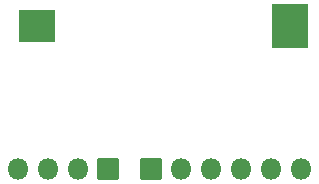
<source format=gbr>
G04 #@! TF.GenerationSoftware,KiCad,Pcbnew,(6.0.11)*
G04 #@! TF.CreationDate,2023-02-28T22:09:58+01:00*
G04 #@! TF.ProjectId,atmega328p-au--e01c-ml01s--bme280--cr2032,61746d65-6761-4333-9238-702d61752d2d,rev?*
G04 #@! TF.SameCoordinates,Original*
G04 #@! TF.FileFunction,Soldermask,Bot*
G04 #@! TF.FilePolarity,Negative*
%FSLAX46Y46*%
G04 Gerber Fmt 4.6, Leading zero omitted, Abs format (unit mm)*
G04 Created by KiCad (PCBNEW (6.0.11)) date 2023-02-28 22:09:58*
%MOMM*%
%LPD*%
G01*
G04 APERTURE LIST*
G04 Aperture macros list*
%AMRoundRect*
0 Rectangle with rounded corners*
0 $1 Rounding radius*
0 $2 $3 $4 $5 $6 $7 $8 $9 X,Y pos of 4 corners*
0 Add a 4 corners polygon primitive as box body*
4,1,4,$2,$3,$4,$5,$6,$7,$8,$9,$2,$3,0*
0 Add four circle primitives for the rounded corners*
1,1,$1+$1,$2,$3*
1,1,$1+$1,$4,$5*
1,1,$1+$1,$6,$7*
1,1,$1+$1,$8,$9*
0 Add four rect primitives between the rounded corners*
20,1,$1+$1,$2,$3,$4,$5,0*
20,1,$1+$1,$4,$5,$6,$7,0*
20,1,$1+$1,$6,$7,$8,$9,0*
20,1,$1+$1,$8,$9,$2,$3,0*%
G04 Aperture macros list end*
%ADD10RoundRect,0.051000X-1.500000X1.800000X-1.500000X-1.800000X1.500000X-1.800000X1.500000X1.800000X0*%
%ADD11RoundRect,0.051000X-1.500000X1.300000X-1.500000X-1.300000X1.500000X-1.300000X1.500000X1.300000X0*%
%ADD12RoundRect,0.051000X-0.850000X0.850000X-0.850000X-0.850000X0.850000X-0.850000X0.850000X0.850000X0*%
%ADD13O,1.802000X1.802000*%
%ADD14RoundRect,0.051000X0.850000X-0.850000X0.850000X0.850000X-0.850000X0.850000X-0.850000X-0.850000X0*%
G04 APERTURE END LIST*
D10*
X119923000Y-78495000D03*
D11*
X98523000Y-78495000D03*
D12*
X104523000Y-90595000D03*
D13*
X101983000Y-90595000D03*
X99443000Y-90595000D03*
X96903000Y-90595000D03*
D14*
X108165733Y-90595000D03*
D13*
X110705733Y-90595000D03*
X113245733Y-90595000D03*
X115785733Y-90595000D03*
X118325733Y-90595000D03*
X120865733Y-90595000D03*
M02*

</source>
